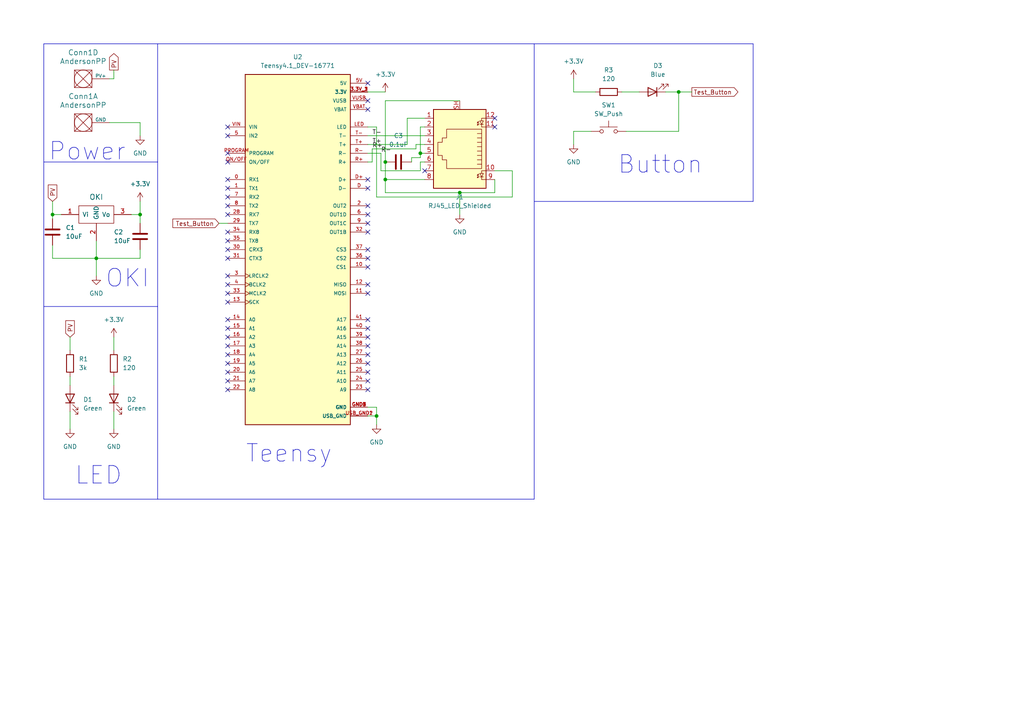
<source format=kicad_sch>
(kicad_sch (version 20230121) (generator eeschema)
  (paper "A4")
  (lib_symbols
    (symbol "Connector:RJ45_LED_Shielded" (pin_names (offset 1.016))
      (property "Reference" "J" (at -5.08 13.97 0))
      (property "Value" "RJ45_LED_Shielded" (at 1.27 13.97 0))
      (symbol "RJ45_LED_Shielded_0_1"
        (polyline (pts (xy -7.62 -7.62) (xy -6.35 -7.62)))
        (polyline (pts (xy -7.62 -5.08) (xy -6.35 -5.08)))
        (polyline (pts (xy -7.62 7.62) (xy -6.35 7.62)))
        (polyline (pts (xy -7.62 10.16) (xy -6.35 10.16)))
        (polyline (pts (xy -6.858 -5.842) (xy -5.842 -5.842)))
        (polyline (pts (xy -6.858 9.398) (xy -5.842 9.398)))
        (polyline (pts (xy -6.35 -7.62) (xy -6.35 -6.858)))
        (polyline (pts (xy -6.35 -5.08) (xy -6.35 -5.842)))
        (polyline (pts (xy -6.35 7.62) (xy -6.35 8.382)))
        (polyline (pts (xy -6.35 10.16) (xy -6.35 9.398)))
        (polyline (pts (xy -5.08 -6.223) (xy -5.207 -6.604)))
        (polyline (pts (xy -5.08 -5.588) (xy -5.207 -5.969)))
        (polyline (pts (xy -5.08 4.445) (xy -6.35 4.445)))
        (polyline (pts (xy -5.08 5.715) (xy -6.35 5.715)))
        (polyline (pts (xy -5.08 9.017) (xy -5.207 8.636)))
        (polyline (pts (xy -5.08 9.652) (xy -5.207 9.271)))
        (polyline (pts (xy -6.35 -3.175) (xy -5.08 -3.175) (xy -5.08 -3.175)))
        (polyline (pts (xy -6.35 -1.905) (xy -5.08 -1.905) (xy -5.08 -1.905)))
        (polyline (pts (xy -6.35 -0.635) (xy -5.08 -0.635) (xy -5.08 -0.635)))
        (polyline (pts (xy -6.35 0.635) (xy -5.08 0.635) (xy -5.08 0.635)))
        (polyline (pts (xy -6.35 1.905) (xy -5.08 1.905) (xy -5.08 1.905)))
        (polyline (pts (xy -5.588 -6.731) (xy -5.08 -6.223) (xy -5.461 -6.35)))
        (polyline (pts (xy -5.588 -6.096) (xy -5.08 -5.588) (xy -5.461 -5.715)))
        (polyline (pts (xy -5.588 8.509) (xy -5.08 9.017) (xy -5.461 8.89)))
        (polyline (pts (xy -5.588 9.144) (xy -5.08 9.652) (xy -5.461 9.525)))
        (polyline (pts (xy -5.08 3.175) (xy -6.35 3.175) (xy -6.35 3.175)))
        (polyline (pts (xy -6.35 -5.842) (xy -6.858 -6.858) (xy -5.842 -6.858) (xy -6.35 -5.842)))
        (polyline (pts (xy -6.35 9.398) (xy -6.858 8.382) (xy -5.842 8.382) (xy -6.35 9.398)))
        (polyline (pts (xy -6.35 -4.445) (xy -6.35 6.985) (xy 3.81 6.985) (xy 3.81 4.445) (xy 5.08 4.445) (xy 5.08 3.175) (xy 6.35 3.175) (xy 6.35 -0.635) (xy 5.08 -0.635) (xy 5.08 -1.905) (xy 3.81 -1.905) (xy 3.81 -4.445) (xy -6.35 -4.445) (xy -6.35 -4.445)))
        (rectangle (start 7.62 12.7) (end -7.62 -10.16) (stroke (width 0.254)) (fill (type background)))
      )
      (symbol "RJ45_LED_Shielded_1_1"
        (pin passive line (at 10.16 -7.62 180) (length 2.54) (name "~") (number "1"))
        (pin passive line (at -10.16 7.62 0) (length 2.54) (name "~") (number "10"))
        (pin passive line (at -10.16 -5.08 0) (length 2.54) (name "~") (number "11"))
        (pin passive line (at -10.16 -7.62 0) (length 2.54) (name "~") (number "12"))
        (pin passive line (at 10.16 -5.08 180) (length 2.54) (name "~") (number "2"))
        (pin passive line (at 10.16 -2.54 180) (length 2.54) (name "~") (number "3"))
        (pin passive line (at 10.16 0 180) (length 2.54) (name "~") (number "4"))
        (pin passive line (at 10.16 2.54 180) (length 2.54) (name "~") (number "5"))
        (pin passive line (at 10.16 5.08 180) (length 2.54) (name "~") (number "6"))
        (pin passive line (at 10.16 7.62 180) (length 2.54) (name "~") (number "7"))
        (pin passive line (at 10.16 10.16 180) (length 2.54) (name "~") (number "8"))
        (pin passive line (at -10.16 10.16 0) (length 2.54) (name "~") (number "9"))
        (pin passive line (at 0 -12.7 90) (length 2.54) (name "~") (number "SH"))
      )
    )
    (symbol "Device:C" (pin_numbers hide) (pin_names (offset 0.254))
      (property "Reference" "C" (at 0.635 2.54 0))
      (property "Value" "C" (at 0.635 -2.54 0))
      (symbol "C_0_1"
        (polyline (pts (xy -2.032 -0.762) (xy 2.032 -0.762)) (stroke (width 0.508)))
        (polyline (pts (xy -2.032 0.762) (xy 2.032 0.762)) (stroke (width 0.508)))
      )
      (symbol "C_1_1"
        (pin passive line (at 0 3.81 270) (length 2.794) (name "~") (number "1"))
        (pin passive line (at 0 -3.81 90) (length 2.794) (name "~") (number "2"))
      )
    )
    (symbol "Device:LED" (pin_numbers hide) (pin_names (offset 1.016) hide)
      (property "Reference" "D" (at 0 2.54 0))
      (property "Value" "LED" (at 0 -2.54 0))
      (symbol "LED_0_1"
        (polyline (pts (xy -1.27 -1.27) (xy -1.27 1.27)) (stroke (width 0.254)))
        (polyline (pts (xy -1.27 0) (xy 1.27 0)))
        (polyline (pts (xy 1.27 -1.27) (xy 1.27 1.27) (xy -1.27 0) (xy 1.27 -1.27)) (stroke (width 0.254)))
        (polyline (pts (xy -3.048 -0.762) (xy -4.572 -2.286) (xy -3.81 -2.286) (xy -4.572 -2.286) (xy -4.572 -1.524)))
        (polyline (pts (xy -1.778 -0.762) (xy -3.302 -2.286) (xy -2.54 -2.286) (xy -3.302 -2.286) (xy -3.302 -1.524)))
      )
      (symbol "LED_1_1"
        (pin passive line (at -3.81 0 0) (length 2.54) (name "K") (number "1"))
        (pin passive line (at 3.81 0 180) (length 2.54) (name "A") (number "2"))
      )
    )
    (symbol "Device:R" (pin_numbers hide) (pin_names (offset 0))
      (property "Reference" "R" (at 2.032 0 90))
      (property "Value" "R" (at 0 0 90))
      (symbol "R_0_1"
        (rectangle (start -1.016 -2.54) (end 1.016 2.54) (stroke (width 0.254)))
      )
      (symbol "R_1_1"
        (pin passive line (at 0 3.81 270) (length 1.27) (name "~") (number "1"))
        (pin passive line (at 0 -3.81 90) (length 1.27) (name "~") (number "2"))
      )
    )
    (symbol "MRDT_Connectors:AndersonPP" (pin_numbers hide) (pin_names (offset 0))
      (property "Reference" "Conn" (at 3.81 -1.27 0))
      (property "Value" "AndersonPP" (at 2.54 6.35 0))
      (symbol "AndersonPP_0_1"
        (polyline (pts (xy 0 5.08) (xy 5.08 0)))
        (polyline (pts (xy 5.08 5.08) (xy 0 0)))
        (rectangle (start 0 0) (end 5.08 5.08))
        (circle (center 2.54 2.54) (radius 2.54))
      )
      (symbol "AndersonPP_1_1"
        (pin input line (at 10.16 2.54 180) (length 5.08) (name "GND") (number "1"))
      )
      (symbol "AndersonPP_2_1"
        (pin input line (at 10.16 2.54 180) (length 5.08) (name "V+Log") (number "2"))
      )
      (symbol "AndersonPP_3_1"
        (pin input line (at 10.16 2.54 180) (length 5.08) (name "V+Act") (number "3"))
      )
      (symbol "AndersonPP_4_1"
        (pin input line (at 10.16 2.54 180) (length 5.08) (name "PV+") (number "4"))
      )
      (symbol "AndersonPP_5_1"
        (pin input line (at 10.16 2.54 180) (length 5.08) (name "~") (number "1"))
      )
    )
    (symbol "MRDT_Devices:OKI" (pin_names (offset 1.016))
      (property "Value" "OKI" (at 5.08 6.35 0))
      (symbol "OKI_0_1"
        (rectangle (start 0 0) (end 10.16 5.08))
      )
      (symbol "OKI_1_1"
        (pin input line (at -5.08 2.54 0) (length 5.08) (name "Vi") (number "1"))
        (pin output line (at 5.08 -5.08 90) (length 5.08) (name "GND") (number "2"))
        (pin output line (at 15.24 2.54 180) (length 5.08) (name "Vo") (number "3"))
      )
    )
    (symbol "MRDT_Shields:Teensy4.1_DEV-16771" (pin_names (offset 1.016))
      (property "Reference" "U" (at -15.24 52.07 0))
      (property "Value" "Teensy4.1_DEV-16771" (at -15.24 -53.34 0))
      (symbol "Teensy4.1_DEV-16771_0_0"
        (rectangle (start -15.24 -50.8) (end 15.24 50.8) (stroke (width 0.254)) (fill (type background)))
        (pin bidirectional line (at -20.32 20.32 0) (length 5.08) (name "RX1") (number "0"))
        (pin bidirectional line (at -20.32 17.78 0) (length 5.08) (name "TX1") (number "1"))
        (pin bidirectional line (at 20.32 -5.08 180) (length 5.08) (name "CS1") (number "10"))
        (pin bidirectional line (at 20.32 -12.7 180) (length 5.08) (name "MOSI") (number "11"))
        (pin bidirectional line (at 20.32 -10.16 180) (length 5.08) (name "MISO") (number "12"))
        (pin bidirectional clock (at -20.32 -15.24 0) (length 5.08) (name "SCK") (number "13"))
        (pin bidirectional line (at -20.32 -20.32 0) (length 5.08) (name "A0") (number "14"))
        (pin bidirectional line (at -20.32 -22.86 0) (length 5.08) (name "A1") (number "15"))
        (pin bidirectional line (at -20.32 -25.4 0) (length 5.08) (name "A2") (number "16"))
        (pin bidirectional line (at -20.32 -27.94 0) (length 5.08) (name "A3") (number "17"))
        (pin bidirectional line (at -20.32 -30.48 0) (length 5.08) (name "A4") (number "18"))
        (pin bidirectional line (at -20.32 -33.02 0) (length 5.08) (name "A5") (number "19"))
        (pin output line (at 20.32 12.7 180) (length 5.08) (name "OUT2") (number "2"))
        (pin bidirectional line (at -20.32 -35.56 0) (length 5.08) (name "A6") (number "20"))
        (pin bidirectional line (at -20.32 -38.1 0) (length 5.08) (name "A7") (number "21"))
        (pin bidirectional line (at -20.32 -40.64 0) (length 5.08) (name "A8") (number "22"))
        (pin bidirectional line (at 20.32 -40.64 180) (length 5.08) (name "A9") (number "23"))
        (pin bidirectional line (at 20.32 -38.1 180) (length 5.08) (name "A10") (number "24"))
        (pin bidirectional line (at 20.32 -35.56 180) (length 5.08) (name "A11") (number "25"))
        (pin bidirectional line (at 20.32 -33.02 180) (length 5.08) (name "A12") (number "26"))
        (pin bidirectional line (at 20.32 -30.48 180) (length 5.08) (name "A13") (number "27"))
        (pin bidirectional line (at -20.32 10.16 0) (length 5.08) (name "RX7") (number "28"))
        (pin bidirectional line (at -20.32 7.62 0) (length 5.08) (name "TX7") (number "29"))
        (pin bidirectional clock (at -20.32 -7.62 0) (length 5.08) (name "LRCLK2") (number "3"))
        (pin power_in line (at 20.32 45.72 180) (length 5.08) (name "3.3V") (number "3.3V_1"))
        (pin power_in line (at 20.32 45.72 180) (length 5.08) (name "3.3V") (number "3.3V_2"))
        (pin power_in line (at 20.32 45.72 180) (length 5.08) (name "3.3V") (number "3.3V_3"))
        (pin bidirectional line (at -20.32 0 0) (length 5.08) (name "CRX3") (number "30"))
        (pin bidirectional line (at -20.32 -2.54 0) (length 5.08) (name "CTX3") (number "31"))
        (pin output line (at 20.32 5.08 180) (length 5.08) (name "OUT1B") (number "32"))
        (pin bidirectional clock (at -20.32 -12.7 0) (length 5.08) (name "MCLK2") (number "33"))
        (pin bidirectional line (at -20.32 5.08 0) (length 5.08) (name "RX8") (number "34"))
        (pin bidirectional line (at -20.32 2.54 0) (length 5.08) (name "TX8") (number "35"))
        (pin bidirectional line (at 20.32 -2.54 180) (length 5.08) (name "CS2") (number "36"))
        (pin bidirectional line (at 20.32 0 180) (length 5.08) (name "CS3") (number "37"))
        (pin bidirectional line (at 20.32 -27.94 180) (length 5.08) (name "A14") (number "38"))
        (pin bidirectional line (at 20.32 -25.4 180) (length 5.08) (name "A15") (number "39"))
        (pin bidirectional clock (at -20.32 -10.16 0) (length 5.08) (name "BCLK2") (number "4"))
        (pin bidirectional line (at 20.32 -22.86 180) (length 5.08) (name "A16") (number "40"))
        (pin bidirectional line (at 20.32 -20.32 180) (length 5.08) (name "A17") (number "41"))
        (pin bidirectional line (at -20.32 33.02 0) (length 5.08) (name "IN2") (number "5"))
        (pin power_in line (at 20.32 48.26 180) (length 5.08) (name "5V") (number "5V"))
        (pin output line (at 20.32 10.16 180) (length 5.08) (name "OUT1D") (number "6"))
        (pin bidirectional line (at -20.32 15.24 0) (length 5.08) (name "RX2") (number "7"))
        (pin bidirectional line (at -20.32 12.7 0) (length 5.08) (name "TX2") (number "8"))
        (pin output line (at 20.32 7.62 180) (length 5.08) (name "OUT1C") (number "9"))
        (pin bidirectional line (at 20.32 17.78 180) (length 5.08) (name "D-") (number "D"))
        (pin bidirectional line (at 20.32 20.32 180) (length 5.08) (name "D+") (number "D+"))
        (pin power_in line (at 20.32 -45.72 180) (length 5.08) (name "GND") (number "GND1"))
        (pin power_in line (at 20.32 -45.72 180) (length 5.08) (name "GND") (number "GND2"))
        (pin power_in line (at 20.32 -45.72 180) (length 5.08) (name "GND") (number "GND3"))
        (pin power_in line (at 20.32 -45.72 180) (length 5.08) (name "GND") (number "GND4"))
        (pin power_in line (at 20.32 -45.72 180) (length 5.08) (name "GND") (number "GND5"))
        (pin bidirectional line (at 20.32 35.56 180) (length 5.08) (name "LED") (number "LED"))
        (pin bidirectional line (at -20.32 25.4 0) (length 5.08) (name "ON/OFF") (number "ON/OFF"))
        (pin bidirectional line (at -20.32 27.94 0) (length 5.08) (name "PROGRAM") (number "PROGRAM"))
        (pin bidirectional line (at 20.32 25.4 180) (length 5.08) (name "R+") (number "R+"))
        (pin bidirectional line (at 20.32 27.94 180) (length 5.08) (name "R-") (number "R-"))
        (pin bidirectional line (at 20.32 30.48 180) (length 5.08) (name "T+") (number "T+"))
        (pin bidirectional line (at 20.32 33.02 180) (length 5.08) (name "T-") (number "T-"))
        (pin power_in line (at 20.32 -48.26 180) (length 5.08) (name "USB_GND") (number "USB_GND1"))
        (pin power_in line (at 20.32 -48.26 180) (length 5.08) (name "USB_GND") (number "USB_GND2"))
        (pin passive line (at 20.32 40.64 180) (length 5.08) (name "VBAT") (number "VBAT"))
        (pin input line (at -20.32 35.56 0) (length 5.08) (name "VIN") (number "VIN"))
        (pin passive line (at 20.32 43.18 180) (length 5.08) (name "VUSB") (number "VUSB"))
      )
    )
    (symbol "Switch:SW_Push" (pin_numbers hide) (pin_names (offset 1.016) hide)
      (property "Reference" "SW" (at 1.27 2.54 0))
      (property "Value" "SW_Push" (at 0 -1.524 0))
      (symbol "SW_Push_0_1"
        (circle (center -2.032 0) (radius 0.508))
        (polyline (pts (xy 0 1.27) (xy 0 3.048)))
        (polyline (pts (xy 2.54 1.27) (xy -2.54 1.27)))
        (circle (center 2.032 0) (radius 0.508))
        (pin passive line (at -5.08 0 0) (length 2.54) (name "1") (number "1"))
        (pin passive line (at 5.08 0 180) (length 2.54) (name "2") (number "2"))
      )
    )
    (symbol "power:+3.3V" (power) (pin_names (offset 0))
      (property "Value" "+3.3V" (at 0 3.556 0))
      (symbol "+3.3V_0_1"
        (polyline (pts (xy -0.762 1.27) (xy 0 2.54)))
        (polyline (pts (xy 0 0) (xy 0 2.54)))
        (polyline (pts (xy 0 2.54) (xy 0.762 1.27)))
      )
      (symbol "+3.3V_1_1"
        (pin power_in line (at 0 0 90) (length 0) hide (name "+3.3V") (number "1"))
      )
    )
    (symbol "power:GND" (power) (pin_names (offset 0))
      (property "Value" "GND" (at 0 -3.81 0))
      (symbol "GND_0_1"
        (polyline (pts (xy 0 0) (xy 0 -1.27) (xy 1.27 -1.27) (xy 0 -2.54) (xy -1.27 -1.27) (xy 0 -1.27)))
      )
      (symbol "GND_1_1"
        (pin power_in line (at 0 0 270) (length 0) hide (name "GND") (number "1"))
      )
    )
  )
  (junction (at 121.92 44.45))
  (junction (at 111.76 52.07))
  (junction (at 196.85 26.67))
  (junction (at 40.64 62.23))
  (junction (at 15.24 62.23))
  (junction (at 27.94 74.93))
  (junction (at 111.76 46.99))
  (junction (at 133.35 55.88))
  (junction (at 109.22 120.65))
  (no_connect (at 66.04 59.69))
  (no_connect (at 66.04 69.85))
  (no_connect (at 66.04 62.23))
  (no_connect (at 66.04 46.99))
  (no_connect (at 143.51 36.83))
  (no_connect (at 106.68 113.03))
  (no_connect (at 66.04 85.09))
  (no_connect (at 66.04 57.15))
  (no_connect (at 66.04 67.31))
  (no_connect (at 106.68 105.41))
  (no_connect (at 66.04 102.87))
  (no_connect (at 66.04 87.63))
  (no_connect (at 106.68 74.93))
  (no_connect (at 106.68 110.49))
  (no_connect (at 106.68 24.13))
  (no_connect (at 106.68 62.23))
  (no_connect (at 66.04 44.45))
  (no_connect (at 66.04 54.61))
  (no_connect (at 106.68 54.61))
  (no_connect (at 106.68 95.25))
  (no_connect (at 106.68 100.33))
  (no_connect (at 66.04 100.33))
  (no_connect (at 106.68 85.09))
  (no_connect (at 123.19 49.53))
  (no_connect (at 106.68 52.07))
  (no_connect (at 106.68 107.95))
  (no_connect (at 106.68 31.75))
  (no_connect (at 66.04 107.95))
  (no_connect (at 106.68 64.77))
  (no_connect (at 66.04 110.49))
  (no_connect (at 66.04 72.39))
  (no_connect (at 106.68 72.39))
  (no_connect (at 66.04 105.41))
  (no_connect (at 66.04 39.37))
  (no_connect (at 66.04 113.03))
  (no_connect (at 106.68 77.47))
  (no_connect (at 66.04 92.71))
  (no_connect (at 106.68 59.69))
  (no_connect (at 106.68 102.87))
  (no_connect (at 66.04 95.25))
  (no_connect (at 66.04 97.79))
  (no_connect (at 66.04 36.83))
  (no_connect (at 106.68 92.71))
  (no_connect (at 66.04 52.07))
  (no_connect (at 66.04 82.55))
  (no_connect (at 66.04 74.93))
  (no_connect (at 106.68 82.55))
  (no_connect (at 106.68 29.21))
  (no_connect (at 143.51 34.29))
  (no_connect (at 106.68 67.31))
  (no_connect (at 66.04 80.01))
  (no_connect (at 106.68 97.79))
  (wire (pts (xy 111.76 29.21) (xy 111.76 46.99)))
  (wire (pts (xy 143.51 55.88) (xy 133.35 55.88)))
  (polyline (pts (xy 45.72 144.78) (xy 12.7 144.78)))
  (wire (pts (xy 15.24 74.93) (xy 27.94 74.93)))
  (polyline (pts (xy 12.7 88.9) (xy 12.7 46.99)))
  (wire (pts (xy 106.68 36.83) (xy 109.22 36.83)))
  (wire (pts (xy 119.38 45.72) (xy 119.38 46.99)))
  (wire (pts (xy 181.61 38.1) (xy 196.85 38.1)))
  (wire (pts (xy 143.51 49.53) (xy 148.59 49.53)))
  (wire (pts (xy 111.76 52.07) (xy 123.19 52.07)))
  (polyline (pts (xy 154.94 144.78) (xy 45.72 144.78)))
  (wire (pts (xy 133.35 29.21) (xy 111.76 29.21)))
  (wire (pts (xy 193.04 26.67) (xy 196.85 26.67)))
  (wire (pts (xy 107.95 43.18) (xy 120.65 43.18)))
  (wire (pts (xy 27.94 74.93) (xy 27.94 80.01)))
  (wire (pts (xy 20.32 109.22) (xy 20.32 111.76)))
  (wire (pts (xy 33.02 109.22) (xy 33.02 111.76)))
  (wire (pts (xy 63.5 64.77) (xy 66.04 64.77)))
  (polyline (pts (xy 45.72 12.7) (xy 154.94 12.7)))
  (wire (pts (xy 166.37 38.1) (xy 166.37 41.91)))
  (wire (pts (xy 40.64 74.93) (xy 27.94 74.93)))
  (wire (pts (xy 27.94 69.85) (xy 27.94 74.93)))
  (wire (pts (xy 106.68 26.67) (xy 111.76 26.67)))
  (wire (pts (xy 33.02 119.38) (xy 33.02 124.46)))
  (polyline (pts (xy 218.44 58.42) (xy 154.94 58.42)))
  (wire (pts (xy 121.92 49.53) (xy 121.92 46.99)))
  (wire (pts (xy 110.49 44.45) (xy 110.49 49.53)))
  (wire (pts (xy 118.11 41.91) (xy 118.11 34.29)))
  (wire (pts (xy 123.19 36.83) (xy 121.92 36.83)))
  (wire (pts (xy 121.92 45.72) (xy 119.38 45.72)))
  (wire (pts (xy 109.22 123.19) (xy 109.22 120.65)))
  (polyline (pts (xy 218.44 12.7) (xy 218.44 58.42)))
  (wire (pts (xy 111.76 46.99) (xy 111.76 52.07)))
  (wire (pts (xy 33.02 22.86) (xy 31.75 22.86)))
  (wire (pts (xy 40.64 35.56) (xy 40.64 39.37)))
  (wire (pts (xy 121.92 46.99) (xy 123.19 46.99)))
  (wire (pts (xy 118.11 34.29) (xy 123.19 34.29)))
  (wire (pts (xy 111.76 55.88) (xy 111.76 52.07)))
  (wire (pts (xy 20.32 97.79) (xy 20.32 101.6)))
  (wire (pts (xy 148.59 57.15) (xy 148.59 49.53)))
  (wire (pts (xy 15.24 58.42) (xy 15.24 62.23)))
  (wire (pts (xy 20.32 119.38) (xy 20.32 124.46)))
  (wire (pts (xy 15.24 62.23) (xy 17.78 62.23)))
  (wire (pts (xy 166.37 22.86) (xy 166.37 26.67)))
  (wire (pts (xy 196.85 38.1) (xy 196.85 26.67)))
  (wire (pts (xy 121.92 36.83) (xy 121.92 44.45)))
  (wire (pts (xy 106.68 44.45) (xy 110.49 44.45)))
  (wire (pts (xy 120.65 41.91) (xy 123.19 41.91)))
  (wire (pts (xy 107.95 46.99) (xy 107.95 43.18)))
  (polyline (pts (xy 12.7 12.7) (xy 45.72 12.7)))
  (wire (pts (xy 109.22 118.11) (xy 106.68 118.11)))
  (wire (pts (xy 121.92 44.45) (xy 123.19 44.45)))
  (wire (pts (xy 180.34 26.67) (xy 185.42 26.67)))
  (wire (pts (xy 15.24 62.23) (xy 15.24 63.5)))
  (wire (pts (xy 109.22 57.15) (xy 148.59 57.15)))
  (wire (pts (xy 166.37 26.67) (xy 172.72 26.67)))
  (polyline (pts (xy 12.7 46.99) (xy 45.72 46.99)))
  (wire (pts (xy 133.35 55.88) (xy 133.35 62.23)))
  (wire (pts (xy 106.68 120.65) (xy 109.22 120.65)))
  (polyline (pts (xy 154.94 12.7) (xy 154.94 144.78)))
  (polyline (pts (xy 12.7 46.99) (xy 12.7 12.7)))
  (wire (pts (xy 40.64 62.23) (xy 40.64 64.77)))
  (wire (pts (xy 109.22 36.83) (xy 109.22 57.15)))
  (polyline (pts (xy 45.72 12.7) (xy 45.72 46.99)))
  (wire (pts (xy 110.49 49.53) (xy 121.92 49.53)))
  (polyline (pts (xy 12.7 144.78) (xy 12.7 88.9)))
  (wire (pts (xy 106.68 46.99) (xy 107.95 46.99)))
  (wire (pts (xy 40.64 58.42) (xy 40.64 62.23)))
  (wire (pts (xy 196.85 26.67) (xy 200.66 26.67)))
  (wire (pts (xy 106.68 41.91) (xy 118.11 41.91)))
  (wire (pts (xy 40.64 35.56) (xy 31.75 35.56)))
  (polyline (pts (xy 45.72 46.99) (xy 45.72 88.9)))
  (polyline (pts (xy 45.72 88.9) (xy 45.72 144.78)))
  (wire (pts (xy 40.64 72.39) (xy 40.64 74.93)))
  (wire (pts (xy 15.24 71.12) (xy 15.24 74.93)))
  (wire (pts (xy 33.02 97.79) (xy 33.02 101.6)))
  (wire (pts (xy 120.65 43.18) (xy 120.65 41.91)))
  (wire (pts (xy 109.22 120.65) (xy 109.22 118.11)))
  (polyline (pts (xy 45.72 88.9) (xy 12.7 88.9)))
  (wire (pts (xy 133.35 55.88) (xy 111.76 55.88)))
  (polyline (pts (xy 154.94 12.7) (xy 218.44 12.7)))
  (wire (pts (xy 121.92 44.45) (xy 121.92 45.72)))
  (wire (pts (xy 40.64 62.23) (xy 38.1 62.23)))
  (wire (pts (xy 106.68 39.37) (xy 123.19 39.37)))
  (wire (pts (xy 33.02 20.32) (xy 33.02 22.86)))
  (wire (pts (xy 171.45 38.1) (xy 166.37 38.1)))
  (wire (pts (xy 143.51 52.07) (xy 143.51 55.88)))
  (text "Button" (at 179.07 50.8 0) (effects (font (size 5.08 5.08)) (justify left bottom)))
  (text "Power" (at 13.97 46.99 0) (effects (font (size 5.08 5.08)) (justify left bottom)))
  (text "LED" (at 21.59 140.97 0) (effects (font (size 5.08 5.08)) (justify left bottom)))
  (text "OKI" (at 30.48 83.82 0) (effects (font (size 5.08 5.08)) (justify left bottom)))
  (text "Teensy" (at 71.12 134.62 0) (effects (font (size 5.08 5.08)) (justify left bottom)))
  (label "T+" (at 107.95 41.91 0))
  (label "R-" (at 110.49 44.45 0))
  (label "R+" (at 107.95 43.18 0))
  (label "T-" (at 107.95 39.37 0))
  (global_label "PV" (shape output) (at 33.02 20.32 90) (property "Intersheetrefs" "${INTERSHEET_REFS}" (effects hide)))
  (global_label "Test_Button" (shape output) (at 200.66 26.67 0) (property "Intersheetrefs" "${INTERSHEET_REFS}" (effects hide)))
  (global_label "PV" (shape input) (at 20.32 97.79 90) (property "Intersheetrefs" "${INTERSHEET_REFS}" (effects hide)))
  (global_label "Test_Button" (shape input) (at 63.5 64.77 180) (property "Intersheetrefs" "${INTERSHEET_REFS}" (effects hide)))
  (global_label "PV" (shape input) (at 15.24 58.42 90) (property "Intersheetrefs" "${INTERSHEET_REFS}" (effects hide)))
  (symbol (lib_id "power:GND") (at 133.35 62.23 0) (unit 1)
    (property "Reference" "#PWR09" (effects hide))
    (property "Value" "GND" (at 133.35 67.31 0))
  )
  (symbol (lib_id "Device:C") (at 40.64 68.58 0) (unit 1)
    (property "Reference" "C2" (at 33.02 67.31 0) (effects (justify left)))
    (property "Value" "10uF" (at 33.02 69.85 0) (effects (justify left)))
    (property "Footprint" "Capacitor_SMD:C_0603_1608Metric_Pad1.08x0.95mm_HandSolder" (effects hide))
  )
  (symbol (lib_id "MRDT_Connectors:AndersonPP") (at 21.59 25.4 0) (unit 4)
    (property "Reference" "Conn1" (at 24.13 15.24 0) (effects (font (size 1.524 1.524))))
    (property "Value" "AndersonPP" (at 24.13 17.78 0) (effects (font (size 1.524 1.524))))
    (property "Footprint" "MRDT_Connectors:Square_Anderson_2_H_Side_By_Side_PV" (effects hide))
  )
  (symbol (lib_id "power:GND") (at 109.22 123.19 0) (unit 1)
    (property "Reference" "#PWR08" (effects hide))
    (property "Value" "GND" (at 109.22 128.27 0))
  )
  (symbol (lib_id "MRDT_Connectors:AndersonPP") (at 21.59 38.1 0) (unit 1)
    (property "Reference" "Conn1" (at 24.13 27.94 0) (effects (font (size 1.524 1.524))))
    (property "Value" "AndersonPP" (at 24.13 30.48 0) (effects (font (size 1.524 1.524))))
    (property "Footprint" "MRDT_Connectors:Square_Anderson_2_H_Side_By_Side_PV" (effects hide))
  )
  (symbol (lib_id "Device:R") (at 33.02 105.41 0) (unit 1)
    (property "Reference" "R2" (at 35.56 104.14 0) (effects (justify left)))
    (property "Value" "120" (at 35.56 106.68 0) (effects (justify left)))
    (property "Footprint" "Resistor_SMD:R_0603_1608Metric_Pad0.98x0.95mm_HandSolder" (effects hide))
  )
  (symbol (lib_id "Device:R") (at 20.32 105.41 0) (unit 1)
    (property "Reference" "R1" (at 22.86 104.14 0) (effects (justify left)))
    (property "Value" "3k" (at 22.86 106.68 0) (effects (justify left)))
    (property "Footprint" "Resistor_SMD:R_0603_1608Metric_Pad0.98x0.95mm_HandSolder" (effects hide))
  )
  (symbol (lib_id "Connector:RJ45_LED_Shielded") (at 133.35 41.91 180) (unit 1)
    (property "Reference" "J1" (at 133.35 57.15 0))
    (property "Value" "RJ45_LED_Shielded" (at 133.35 59.69 0))
    (property "Footprint" "MRDT_Connectors:RJ45_Teensy" (effects hide))
  )
  (symbol (lib_id "power:GND") (at 40.64 39.37 0) (unit 1)
    (property "Reference" "#PWR01" (effects hide))
    (property "Value" "GND" (at 40.64 44.45 0))
  )
  (symbol (lib_id "power:GND") (at 166.37 41.91 0) (unit 1)
    (property "Reference" "#PWR011" (effects hide))
    (property "Value" "GND" (at 166.37 46.99 0))
  )
  (symbol (lib_id "MRDT_Devices:OKI") (at 22.86 64.77 0) (unit 1)
    (property "Reference" "U1" (effects hide))
    (property "Value" "OKI" (at 27.94 57.15 0) (effects (font (size 1.524 1.524))))
    (property "Footprint" "MRDT_Devices:OKI_Horizontal" (effects hide))
  )
  (symbol (lib_id "Switch:SW_Push") (at 176.53 38.1 0) (unit 1)
    (property "Reference" "SW1" (at 176.53 30.48 0))
    (property "Value" "SW_Push" (at 176.53 33.02 0))
    (property "Footprint" "Button_Switch_SMD:SW_SPST_TL3305A" (effects hide))
  )
  (symbol (lib_id "Device:C") (at 15.24 67.31 0) (unit 1)
    (property "Reference" "C1" (at 19.05 66.04 0) (effects (justify left)))
    (property "Value" "10uF" (at 19.05 68.58 0) (effects (justify left)))
    (property "Footprint" "Capacitor_SMD:C_0603_1608Metric_Pad1.08x0.95mm_HandSolder" (effects hide))
  )
  (symbol (lib_id "Device:LED") (at 20.32 115.57 90) (unit 1)
    (property "Reference" "D1" (at 24.13 115.8875 90) (effects (justify right)))
    (property "Value" "Green" (at 24.13 118.4275 90) (effects (justify right)))
    (property "Footprint" "LED_SMD:LED_0603_1608Metric_Pad1.05x0.95mm_HandSolder" (effects hide))
  )
  (symbol (lib_id "power:+3.3V") (at 33.02 97.79 0) (unit 1)
    (property "Reference" "#PWR06" (effects hide))
    (property "Value" "+3.3V" (at 33.02 92.71 0))
  )
  (symbol (lib_id "power:GND") (at 20.32 124.46 0) (unit 1)
    (property "Reference" "#PWR04" (effects hide))
    (property "Value" "GND" (at 20.32 129.54 0))
  )
  (symbol (lib_id "MRDT_Shields:Teensy4.1_DEV-16771") (at 86.36 72.39 0) (unit 1)
    (property "Reference" "U2" (at 86.36 16.51 0))
    (property "Value" "Teensy4.1_DEV-16771" (at 86.36 19.05 0))
    (property "Footprint" "MRDT_Shields:Teensy_4_1_Ethernet" (effects hide))
    (property "STANDARD" "Manufacturer recommendations" (effects hide))
    (property "MAXIMUM_PACKAGE_HEIGHT" "4.07mm" (effects hide))
    (property "MANUFACTURER" "SparkFun Electronics" (effects hide))
    (property "PARTREV" "4.1" (effects hide))
  )
  (symbol (lib_id "power:+3.3V") (at 166.37 22.86 0) (unit 1)
    (property "Reference" "#PWR010" (effects hide))
    (property "Value" "+3.3V" (at 166.37 17.78 0))
  )
  (symbol (lib_id "power:GND") (at 33.02 124.46 0) (unit 1)
    (property "Reference" "#PWR05" (effects hide))
    (property "Value" "GND" (at 33.02 129.54 0))
  )
  (symbol (lib_id "power:GND") (at 27.94 80.01 0) (unit 1)
    (property "Reference" "#PWR02" (effects hide))
    (property "Value" "GND" (at 27.94 85.09 0))
  )
  (symbol (lib_id "Device:LED") (at 33.02 115.57 90) (unit 1)
    (property "Reference" "D2" (at 36.83 115.8875 90) (effects (justify right)))
    (property "Value" "Green" (at 36.83 118.4275 90) (effects (justify right)))
    (property "Footprint" "LED_SMD:LED_0603_1608Metric_Pad1.05x0.95mm_HandSolder" (effects hide))
  )
  (symbol (lib_id "Device:R") (at 176.53 26.67 90) (unit 1)
    (property "Reference" "R3" (at 176.53 20.32 90))
    (property "Value" "120" (at 176.53 22.86 90))
    (property "Footprint" "Resistor_SMD:R_0603_1608Metric_Pad0.98x0.95mm_HandSolder" (effects hide))
  )
  (symbol (lib_id "Device:LED") (at 189.23 26.67 180) (unit 1)
    (property "Reference" "D3" (at 190.8175 19.05 0))
    (property "Value" "Blue" (at 190.8175 21.59 0))
    (property "Footprint" "LED_SMD:LED_0603_1608Metric_Pad1.05x0.95mm_HandSolder" (effects hide))
  )
  (symbol (lib_id "power:+3.3V") (at 111.76 26.67 0) (unit 1)
    (property "Reference" "#PWR07" (effects hide))
    (property "Value" "+3.3V" (at 111.76 21.59 0))
  )
  (symbol (lib_id "power:+3.3V") (at 40.64 58.42 0) (unit 1)
    (property "Reference" "#PWR03" (effects hide))
    (property "Value" "+3.3V" (at 40.64 53.34 0))
  )
  (symbol (lib_id "Device:C") (at 115.57 46.99 270) (unit 1)
    (property "Reference" "C3" (at 115.57 39.37 90))
    (property "Value" "0.1uF" (at 115.57 41.91 90))
    (property "Footprint" "Capacitor_SMD:C_0603_1608Metric_Pad1.08x0.95mm_HandSolder" (effects hide))
  )
)
</source>
